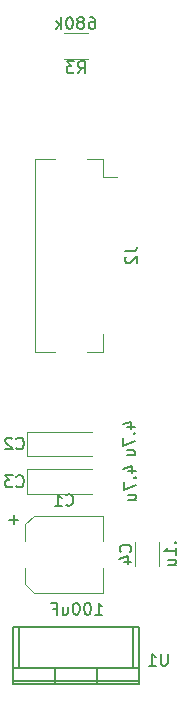
<source format=gbo>
G04 #@! TF.FileFunction,Legend,Bot*
%FSLAX46Y46*%
G04 Gerber Fmt 4.6, Leading zero omitted, Abs format (unit mm)*
G04 Created by KiCad (PCBNEW 4.0.7-e2-6376~58~ubuntu16.04.1) date Wed Jun 20 22:12:30 2018*
%MOMM*%
%LPD*%
G01*
G04 APERTURE LIST*
%ADD10C,0.100000*%
%ADD11C,0.120000*%
%ADD12C,0.150000*%
G04 APERTURE END LIST*
D10*
D11*
X173300000Y-90750000D02*
X173300000Y-92930000D01*
X173300000Y-97350000D02*
X173300000Y-95170000D01*
X166700000Y-91510000D02*
X166700000Y-92930000D01*
X166700000Y-96590000D02*
X166700000Y-95170000D01*
X173300000Y-90750000D02*
X167460000Y-90750000D01*
X167460000Y-90750000D02*
X166700000Y-91510000D01*
X166700000Y-96590000D02*
X167460000Y-97350000D01*
X167460000Y-97350000D02*
X173300000Y-97350000D01*
X166900000Y-85750000D02*
X172400000Y-85750000D01*
X166900000Y-83650000D02*
X172400000Y-83650000D01*
X166900000Y-85750000D02*
X166900000Y-83650000D01*
X166900000Y-88950000D02*
X172400000Y-88950000D01*
X166900000Y-86850000D02*
X172400000Y-86850000D01*
X166900000Y-88950000D02*
X166900000Y-86850000D01*
X175980000Y-95000000D02*
X175980000Y-93000000D01*
X178020000Y-93000000D02*
X178020000Y-95000000D01*
X172000000Y-49930000D02*
X170000000Y-49930000D01*
X170000000Y-52070000D02*
X172000000Y-52070000D01*
D12*
X175826000Y-103651000D02*
X175826000Y-100222000D01*
X166174000Y-103651000D02*
X166174000Y-100222000D01*
X176334000Y-104794000D02*
X165666000Y-104794000D01*
X172778000Y-103778000D02*
X172778000Y-105048000D01*
X169222000Y-103778000D02*
X169222000Y-105048000D01*
X165666000Y-103651000D02*
X176334000Y-103651000D01*
X176334000Y-100222000D02*
X165666000Y-100222000D01*
X165666000Y-105048000D02*
X165666000Y-100222000D01*
X176334000Y-105048000D02*
X176334000Y-100222000D01*
X176334000Y-105048000D02*
X165666000Y-105048000D01*
D11*
X173300000Y-62070000D02*
X173300000Y-60580000D01*
X173300000Y-60580000D02*
X171960000Y-60580000D01*
X173300000Y-75390000D02*
X173300000Y-76880000D01*
X173300000Y-76880000D02*
X171960000Y-76880000D01*
X169240000Y-60580000D02*
X167500000Y-60580000D01*
X167500000Y-60580000D02*
X167500000Y-76880000D01*
X167500000Y-76880000D02*
X169240000Y-76880000D01*
X173300000Y-62070000D02*
X174500000Y-62070000D01*
D12*
X170166666Y-89847143D02*
X170214285Y-89894762D01*
X170357142Y-89942381D01*
X170452380Y-89942381D01*
X170595238Y-89894762D01*
X170690476Y-89799524D01*
X170738095Y-89704286D01*
X170785714Y-89513810D01*
X170785714Y-89370952D01*
X170738095Y-89180476D01*
X170690476Y-89085238D01*
X170595238Y-88990000D01*
X170452380Y-88942381D01*
X170357142Y-88942381D01*
X170214285Y-88990000D01*
X170166666Y-89037619D01*
X169214285Y-89942381D02*
X169785714Y-89942381D01*
X169500000Y-89942381D02*
X169500000Y-88942381D01*
X169595238Y-89085238D01*
X169690476Y-89180476D01*
X169785714Y-89228095D01*
X172647619Y-99152381D02*
X173219048Y-99152381D01*
X172933334Y-99152381D02*
X172933334Y-98152381D01*
X173028572Y-98295238D01*
X173123810Y-98390476D01*
X173219048Y-98438095D01*
X172028572Y-98152381D02*
X171933333Y-98152381D01*
X171838095Y-98200000D01*
X171790476Y-98247619D01*
X171742857Y-98342857D01*
X171695238Y-98533333D01*
X171695238Y-98771429D01*
X171742857Y-98961905D01*
X171790476Y-99057143D01*
X171838095Y-99104762D01*
X171933333Y-99152381D01*
X172028572Y-99152381D01*
X172123810Y-99104762D01*
X172171429Y-99057143D01*
X172219048Y-98961905D01*
X172266667Y-98771429D01*
X172266667Y-98533333D01*
X172219048Y-98342857D01*
X172171429Y-98247619D01*
X172123810Y-98200000D01*
X172028572Y-98152381D01*
X171076191Y-98152381D02*
X170980952Y-98152381D01*
X170885714Y-98200000D01*
X170838095Y-98247619D01*
X170790476Y-98342857D01*
X170742857Y-98533333D01*
X170742857Y-98771429D01*
X170790476Y-98961905D01*
X170838095Y-99057143D01*
X170885714Y-99104762D01*
X170980952Y-99152381D01*
X171076191Y-99152381D01*
X171171429Y-99104762D01*
X171219048Y-99057143D01*
X171266667Y-98961905D01*
X171314286Y-98771429D01*
X171314286Y-98533333D01*
X171266667Y-98342857D01*
X171219048Y-98247619D01*
X171171429Y-98200000D01*
X171076191Y-98152381D01*
X169885714Y-98485714D02*
X169885714Y-99152381D01*
X170314286Y-98485714D02*
X170314286Y-99009524D01*
X170266667Y-99104762D01*
X170171429Y-99152381D01*
X170028571Y-99152381D01*
X169933333Y-99104762D01*
X169885714Y-99057143D01*
X169076190Y-98628571D02*
X169409524Y-98628571D01*
X169409524Y-99152381D02*
X169409524Y-98152381D01*
X168933333Y-98152381D01*
X166100952Y-91111429D02*
X165339047Y-91111429D01*
X165719999Y-91492381D02*
X165719999Y-90730476D01*
X165966666Y-85057143D02*
X166014285Y-85104762D01*
X166157142Y-85152381D01*
X166252380Y-85152381D01*
X166395238Y-85104762D01*
X166490476Y-85009524D01*
X166538095Y-84914286D01*
X166585714Y-84723810D01*
X166585714Y-84580952D01*
X166538095Y-84390476D01*
X166490476Y-84295238D01*
X166395238Y-84200000D01*
X166252380Y-84152381D01*
X166157142Y-84152381D01*
X166014285Y-84200000D01*
X165966666Y-84247619D01*
X165585714Y-84247619D02*
X165538095Y-84200000D01*
X165442857Y-84152381D01*
X165204761Y-84152381D01*
X165109523Y-84200000D01*
X165061904Y-84247619D01*
X165014285Y-84342857D01*
X165014285Y-84438095D01*
X165061904Y-84580952D01*
X165633333Y-85152381D01*
X165014285Y-85152381D01*
X175335714Y-83273810D02*
X176002381Y-83273810D01*
X174954762Y-83035714D02*
X175669048Y-82797619D01*
X175669048Y-83416667D01*
X175907143Y-83797619D02*
X175954762Y-83845238D01*
X176002381Y-83797619D01*
X175954762Y-83750000D01*
X175907143Y-83797619D01*
X176002381Y-83797619D01*
X175002381Y-84178571D02*
X175002381Y-84845238D01*
X176002381Y-84416666D01*
X175335714Y-85654762D02*
X176002381Y-85654762D01*
X175335714Y-85226190D02*
X175859524Y-85226190D01*
X175954762Y-85273809D01*
X176002381Y-85369047D01*
X176002381Y-85511905D01*
X175954762Y-85607143D01*
X175907143Y-85654762D01*
X165966666Y-88257143D02*
X166014285Y-88304762D01*
X166157142Y-88352381D01*
X166252380Y-88352381D01*
X166395238Y-88304762D01*
X166490476Y-88209524D01*
X166538095Y-88114286D01*
X166585714Y-87923810D01*
X166585714Y-87780952D01*
X166538095Y-87590476D01*
X166490476Y-87495238D01*
X166395238Y-87400000D01*
X166252380Y-87352381D01*
X166157142Y-87352381D01*
X166014285Y-87400000D01*
X165966666Y-87447619D01*
X165633333Y-87352381D02*
X165014285Y-87352381D01*
X165347619Y-87733333D01*
X165204761Y-87733333D01*
X165109523Y-87780952D01*
X165061904Y-87828571D01*
X165014285Y-87923810D01*
X165014285Y-88161905D01*
X165061904Y-88257143D01*
X165109523Y-88304762D01*
X165204761Y-88352381D01*
X165490476Y-88352381D01*
X165585714Y-88304762D01*
X165633333Y-88257143D01*
X175385714Y-87023810D02*
X176052381Y-87023810D01*
X175004762Y-86785714D02*
X175719048Y-86547619D01*
X175719048Y-87166667D01*
X175957143Y-87547619D02*
X176004762Y-87595238D01*
X176052381Y-87547619D01*
X176004762Y-87500000D01*
X175957143Y-87547619D01*
X176052381Y-87547619D01*
X175052381Y-87928571D02*
X175052381Y-88595238D01*
X176052381Y-88166666D01*
X175385714Y-89404762D02*
X176052381Y-89404762D01*
X175385714Y-88976190D02*
X175909524Y-88976190D01*
X176004762Y-89023809D01*
X176052381Y-89119047D01*
X176052381Y-89261905D01*
X176004762Y-89357143D01*
X175957143Y-89404762D01*
X175607143Y-93833334D02*
X175654762Y-93785715D01*
X175702381Y-93642858D01*
X175702381Y-93547620D01*
X175654762Y-93404762D01*
X175559524Y-93309524D01*
X175464286Y-93261905D01*
X175273810Y-93214286D01*
X175130952Y-93214286D01*
X174940476Y-93261905D01*
X174845238Y-93309524D01*
X174750000Y-93404762D01*
X174702381Y-93547620D01*
X174702381Y-93642858D01*
X174750000Y-93785715D01*
X174797619Y-93833334D01*
X175035714Y-94690477D02*
X175702381Y-94690477D01*
X174654762Y-94452381D02*
X175369048Y-94214286D01*
X175369048Y-94833334D01*
X179357143Y-93071429D02*
X179404762Y-93119048D01*
X179452381Y-93071429D01*
X179404762Y-93023810D01*
X179357143Y-93071429D01*
X179452381Y-93071429D01*
X179452381Y-94071429D02*
X179452381Y-93500000D01*
X179452381Y-93785714D02*
X178452381Y-93785714D01*
X178595238Y-93690476D01*
X178690476Y-93595238D01*
X178738095Y-93500000D01*
X178785714Y-94928572D02*
X179452381Y-94928572D01*
X178785714Y-94500000D02*
X179309524Y-94500000D01*
X179404762Y-94547619D01*
X179452381Y-94642857D01*
X179452381Y-94785715D01*
X179404762Y-94880953D01*
X179357143Y-94928572D01*
X171166666Y-53302381D02*
X171500000Y-52826190D01*
X171738095Y-53302381D02*
X171738095Y-52302381D01*
X171357142Y-52302381D01*
X171261904Y-52350000D01*
X171214285Y-52397619D01*
X171166666Y-52492857D01*
X171166666Y-52635714D01*
X171214285Y-52730952D01*
X171261904Y-52778571D01*
X171357142Y-52826190D01*
X171738095Y-52826190D01*
X170833333Y-52302381D02*
X170214285Y-52302381D01*
X170547619Y-52683333D01*
X170404761Y-52683333D01*
X170309523Y-52730952D01*
X170261904Y-52778571D01*
X170214285Y-52873810D01*
X170214285Y-53111905D01*
X170261904Y-53207143D01*
X170309523Y-53254762D01*
X170404761Y-53302381D01*
X170690476Y-53302381D01*
X170785714Y-53254762D01*
X170833333Y-53207143D01*
X172166666Y-48552381D02*
X172357143Y-48552381D01*
X172452381Y-48600000D01*
X172500000Y-48647619D01*
X172595238Y-48790476D01*
X172642857Y-48980952D01*
X172642857Y-49361905D01*
X172595238Y-49457143D01*
X172547619Y-49504762D01*
X172452381Y-49552381D01*
X172261904Y-49552381D01*
X172166666Y-49504762D01*
X172119047Y-49457143D01*
X172071428Y-49361905D01*
X172071428Y-49123810D01*
X172119047Y-49028571D01*
X172166666Y-48980952D01*
X172261904Y-48933333D01*
X172452381Y-48933333D01*
X172547619Y-48980952D01*
X172595238Y-49028571D01*
X172642857Y-49123810D01*
X171500000Y-48980952D02*
X171595238Y-48933333D01*
X171642857Y-48885714D01*
X171690476Y-48790476D01*
X171690476Y-48742857D01*
X171642857Y-48647619D01*
X171595238Y-48600000D01*
X171500000Y-48552381D01*
X171309523Y-48552381D01*
X171214285Y-48600000D01*
X171166666Y-48647619D01*
X171119047Y-48742857D01*
X171119047Y-48790476D01*
X171166666Y-48885714D01*
X171214285Y-48933333D01*
X171309523Y-48980952D01*
X171500000Y-48980952D01*
X171595238Y-49028571D01*
X171642857Y-49076190D01*
X171690476Y-49171429D01*
X171690476Y-49361905D01*
X171642857Y-49457143D01*
X171595238Y-49504762D01*
X171500000Y-49552381D01*
X171309523Y-49552381D01*
X171214285Y-49504762D01*
X171166666Y-49457143D01*
X171119047Y-49361905D01*
X171119047Y-49171429D01*
X171166666Y-49076190D01*
X171214285Y-49028571D01*
X171309523Y-48980952D01*
X170500000Y-48552381D02*
X170404761Y-48552381D01*
X170309523Y-48600000D01*
X170261904Y-48647619D01*
X170214285Y-48742857D01*
X170166666Y-48933333D01*
X170166666Y-49171429D01*
X170214285Y-49361905D01*
X170261904Y-49457143D01*
X170309523Y-49504762D01*
X170404761Y-49552381D01*
X170500000Y-49552381D01*
X170595238Y-49504762D01*
X170642857Y-49457143D01*
X170690476Y-49361905D01*
X170738095Y-49171429D01*
X170738095Y-48933333D01*
X170690476Y-48742857D01*
X170642857Y-48647619D01*
X170595238Y-48600000D01*
X170500000Y-48552381D01*
X169738095Y-49552381D02*
X169738095Y-48552381D01*
X169642857Y-49171429D02*
X169357142Y-49552381D01*
X169357142Y-48885714D02*
X169738095Y-49266667D01*
X178761905Y-102452381D02*
X178761905Y-103261905D01*
X178714286Y-103357143D01*
X178666667Y-103404762D01*
X178571429Y-103452381D01*
X178380952Y-103452381D01*
X178285714Y-103404762D01*
X178238095Y-103357143D01*
X178190476Y-103261905D01*
X178190476Y-102452381D01*
X177190476Y-103452381D02*
X177761905Y-103452381D01*
X177476191Y-103452381D02*
X177476191Y-102452381D01*
X177571429Y-102595238D01*
X177666667Y-102690476D01*
X177761905Y-102738095D01*
X175152381Y-68396667D02*
X175866667Y-68396667D01*
X176009524Y-68349047D01*
X176104762Y-68253809D01*
X176152381Y-68110952D01*
X176152381Y-68015714D01*
X175247619Y-68825238D02*
X175200000Y-68872857D01*
X175152381Y-68968095D01*
X175152381Y-69206191D01*
X175200000Y-69301429D01*
X175247619Y-69349048D01*
X175342857Y-69396667D01*
X175438095Y-69396667D01*
X175580952Y-69349048D01*
X176152381Y-68777619D01*
X176152381Y-69396667D01*
M02*

</source>
